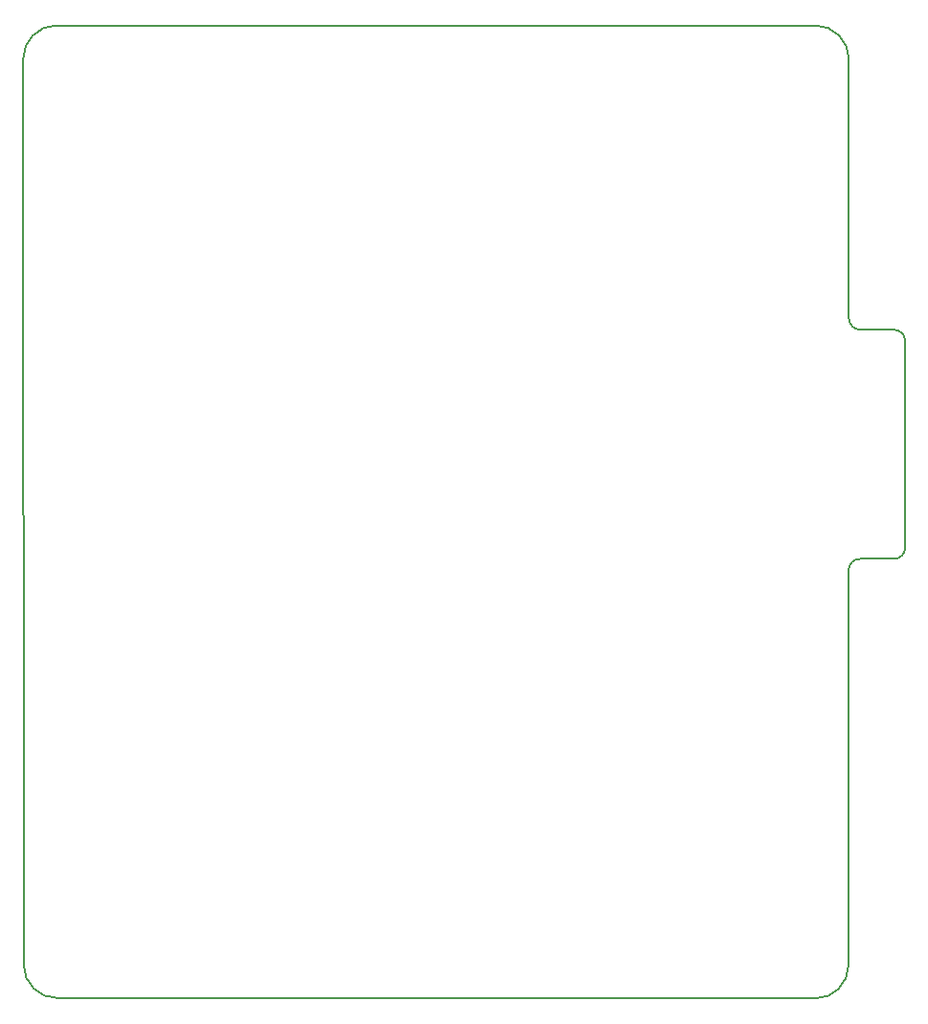
<source format=gbr>
G04 #@! TF.GenerationSoftware,KiCad,Pcbnew,(6.0.7)*
G04 #@! TF.CreationDate,2022-07-29T08:46:12-07:00*
G04 #@! TF.ProjectId,SJ-201-R10,534a2d32-3031-42d5-9231-302e6b696361,rev?*
G04 #@! TF.SameCoordinates,Original*
G04 #@! TF.FileFunction,Profile,NP*
%FSLAX46Y46*%
G04 Gerber Fmt 4.6, Leading zero omitted, Abs format (unit mm)*
G04 Created by KiCad (PCBNEW (6.0.7)) date 2022-07-29 08:46:12*
%MOMM*%
%LPD*%
G01*
G04 APERTURE LIST*
G04 #@! TA.AperFunction,Profile*
%ADD10C,0.200000*%
G04 #@! TD*
G04 APERTURE END LIST*
D10*
X71046834Y375286D02*
X3960000Y375286D01*
X1022240Y-2592622D02*
X1058000Y-82660000D01*
X3960000Y375286D02*
G75*
G03*
X1022240Y-2592622I15074J-2952834D01*
G01*
X74022986Y-2630952D02*
G75*
G03*
X71046834Y375286I-2991186J15052D01*
G01*
X1058000Y-82660000D02*
G75*
G03*
X4031908Y-85591760I2952830J21070D01*
G01*
X73984591Y-82686953D02*
X73980000Y-47780000D01*
X4031908Y-85591760D02*
X71022924Y-85630952D01*
X71022924Y-85630891D02*
G75*
G03*
X73984591Y-82686953I8876J2952791D01*
G01*
X74022900Y-25520000D02*
G75*
G03*
X75022924Y-26520000I1000000J0D01*
G01*
X78990000Y-27467200D02*
X78990000Y-45780000D01*
X77984591Y-46780000D02*
G75*
G03*
X78990000Y-45780000I2709J1002700D01*
G01*
X74980000Y-46780000D02*
G75*
G03*
X73980000Y-47780000I0J-1000000D01*
G01*
X78990000Y-27467200D02*
G75*
G03*
X77984591Y-26520000I-976300J-29100D01*
G01*
X77984591Y-26520000D02*
X75022924Y-26520000D01*
X77984591Y-46780000D02*
X74980000Y-46780000D01*
X74022924Y-25520000D02*
X74022924Y-2630952D01*
M02*

</source>
